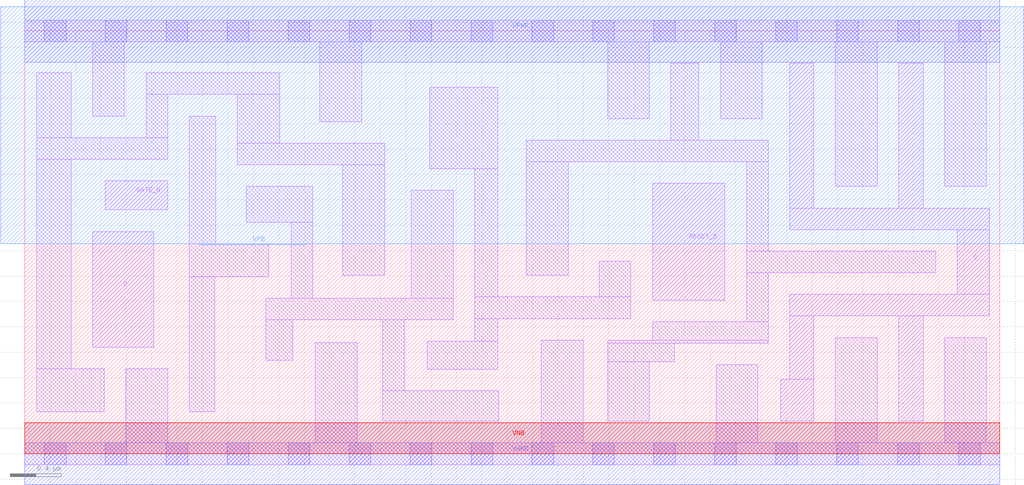
<source format=lef>
# Copyright 2020 The SkyWater PDK Authors
#
# Licensed under the Apache License, Version 2.0 (the "License");
# you may not use this file except in compliance with the License.
# You may obtain a copy of the License at
#
#     https://www.apache.org/licenses/LICENSE-2.0
#
# Unless required by applicable law or agreed to in writing, software
# distributed under the License is distributed on an "AS IS" BASIS,
# WITHOUT WARRANTIES OR CONDITIONS OF ANY KIND, either express or implied.
# See the License for the specific language governing permissions and
# limitations under the License.
#
# SPDX-License-Identifier: Apache-2.0

VERSION 5.7 ;
  NOWIREEXTENSIONATPIN ON ;
  DIVIDERCHAR "/" ;
  BUSBITCHARS "[]" ;
MACRO sky130_fd_sc_lp__dlrtn_4
  CLASS CORE ;
  FOREIGN sky130_fd_sc_lp__dlrtn_4 ;
  ORIGIN  0.000000  0.000000 ;
  SIZE  7.680000 BY  3.330000 ;
  SYMMETRY X Y R90 ;
  SITE unit ;
  PIN D
    ANTENNAGATEAREA  0.159000 ;
    DIRECTION INPUT ;
    USE SIGNAL ;
    PORT
      LAYER li1 ;
        RECT 0.535000 0.840000 1.015000 1.750000 ;
    END
  END D
  PIN Q
    ANTENNADIFFAREA  1.188600 ;
    DIRECTION OUTPUT ;
    USE SIGNAL ;
    PORT
      LAYER li1 ;
        RECT 5.955000 0.255000 6.215000 0.585000 ;
        RECT 6.025000 0.585000 6.215000 1.085000 ;
        RECT 6.025000 1.085000 7.595000 1.255000 ;
        RECT 6.025000 1.765000 7.595000 1.935000 ;
        RECT 6.025000 1.935000 6.215000 3.075000 ;
        RECT 6.885000 0.255000 7.075000 1.085000 ;
        RECT 6.885000 1.935000 7.075000 3.075000 ;
        RECT 7.345000 1.255000 7.595000 1.765000 ;
    END
  END Q
  PIN RESET_B
    ANTENNAGATEAREA  0.315000 ;
    DIRECTION INPUT ;
    USE SIGNAL ;
    PORT
      LAYER li1 ;
        RECT 4.945000 1.210000 5.515000 2.130000 ;
    END
  END RESET_B
  PIN GATE_N
    ANTENNAGATEAREA  0.159000 ;
    DIRECTION INPUT ;
    USE CLOCK ;
    PORT
      LAYER li1 ;
        RECT 0.635000 1.920000 1.125000 2.150000 ;
    END
  END GATE_N
  PIN VGND
    DIRECTION INOUT ;
    USE GROUND ;
    PORT
      LAYER met1 ;
        RECT 0.000000 -0.245000 7.680000 0.245000 ;
    END
  END VGND
  PIN VNB
    DIRECTION INOUT ;
    USE GROUND ;
    PORT
      LAYER pwell ;
        RECT 0.000000 0.000000 7.680000 0.245000 ;
    END
  END VNB
  PIN VPB
    DIRECTION INOUT ;
    USE POWER ;
    PORT
      LAYER nwell ;
        RECT -0.190000 1.655000 7.870000 3.520000 ;
        RECT  1.375000 1.645000 2.215000 1.655000 ;
    END
  END VPB
  PIN VPWR
    DIRECTION INOUT ;
    USE POWER ;
    PORT
      LAYER met1 ;
        RECT 0.000000 3.085000 7.680000 3.575000 ;
    END
  END VPWR
  OBS
    LAYER li1 ;
      RECT 0.000000 -0.085000 7.680000 0.085000 ;
      RECT 0.000000  3.245000 7.680000 3.415000 ;
      RECT 0.095000  0.330000 0.625000 0.670000 ;
      RECT 0.095000  0.670000 0.365000 2.320000 ;
      RECT 0.095000  2.320000 1.125000 2.490000 ;
      RECT 0.095000  2.490000 0.365000 3.000000 ;
      RECT 0.535000  2.660000 0.785000 3.245000 ;
      RECT 0.795000  0.085000 1.125000 0.670000 ;
      RECT 0.955000  2.490000 1.125000 2.830000 ;
      RECT 0.955000  2.830000 2.010000 3.000000 ;
      RECT 1.295000  0.330000 1.495000 1.395000 ;
      RECT 1.295000  1.395000 1.920000 1.655000 ;
      RECT 1.295000  1.655000 1.505000 2.660000 ;
      RECT 1.675000  2.275000 2.835000 2.445000 ;
      RECT 1.675000  2.445000 2.010000 2.830000 ;
      RECT 1.745000  1.825000 2.270000 2.105000 ;
      RECT 1.900000  0.735000 2.110000 1.055000 ;
      RECT 1.900000  1.055000 3.375000 1.225000 ;
      RECT 2.100000  1.225000 2.270000 1.825000 ;
      RECT 2.290000  0.085000 2.620000 0.875000 ;
      RECT 2.325000  2.615000 2.655000 3.245000 ;
      RECT 2.505000  1.405000 2.835000 2.275000 ;
      RECT 2.820000  0.255000 3.735000 0.495000 ;
      RECT 2.820000  0.495000 2.990000 1.055000 ;
      RECT 3.045000  1.225000 3.375000 2.075000 ;
      RECT 3.170000  0.665000 3.725000 0.885000 ;
      RECT 3.190000  2.245000 3.725000 2.885000 ;
      RECT 3.545000  0.885000 3.725000 1.065000 ;
      RECT 3.545000  1.065000 4.775000 1.235000 ;
      RECT 3.545000  1.235000 3.725000 2.245000 ;
      RECT 3.950000  1.405000 4.280000 2.300000 ;
      RECT 3.950000  2.300000 5.855000 2.470000 ;
      RECT 4.070000  0.085000 4.400000 0.895000 ;
      RECT 4.525000  1.235000 4.775000 1.515000 ;
      RECT 4.590000  0.255000 4.920000 0.725000 ;
      RECT 4.590000  0.725000 5.115000 0.870000 ;
      RECT 4.590000  0.870000 5.855000 0.895000 ;
      RECT 4.590000  2.640000 4.920000 3.245000 ;
      RECT 4.945000  0.895000 5.855000 1.040000 ;
      RECT 5.090000  2.470000 5.310000 3.075000 ;
      RECT 5.445000  0.085000 5.775000 0.700000 ;
      RECT 5.480000  2.640000 5.810000 3.245000 ;
      RECT 5.685000  1.040000 5.855000 1.425000 ;
      RECT 5.685000  1.425000 7.175000 1.595000 ;
      RECT 5.685000  1.595000 5.855000 2.300000 ;
      RECT 6.385000  0.085000 6.715000 0.915000 ;
      RECT 6.385000  2.105000 6.715000 3.245000 ;
      RECT 7.245000  0.085000 7.575000 0.915000 ;
      RECT 7.245000  2.105000 7.575000 3.245000 ;
    LAYER mcon ;
      RECT 0.155000 -0.085000 0.325000 0.085000 ;
      RECT 0.155000  3.245000 0.325000 3.415000 ;
      RECT 0.635000 -0.085000 0.805000 0.085000 ;
      RECT 0.635000  3.245000 0.805000 3.415000 ;
      RECT 1.115000 -0.085000 1.285000 0.085000 ;
      RECT 1.115000  3.245000 1.285000 3.415000 ;
      RECT 1.595000 -0.085000 1.765000 0.085000 ;
      RECT 1.595000  3.245000 1.765000 3.415000 ;
      RECT 2.075000 -0.085000 2.245000 0.085000 ;
      RECT 2.075000  3.245000 2.245000 3.415000 ;
      RECT 2.555000 -0.085000 2.725000 0.085000 ;
      RECT 2.555000  3.245000 2.725000 3.415000 ;
      RECT 3.035000 -0.085000 3.205000 0.085000 ;
      RECT 3.035000  3.245000 3.205000 3.415000 ;
      RECT 3.515000 -0.085000 3.685000 0.085000 ;
      RECT 3.515000  3.245000 3.685000 3.415000 ;
      RECT 3.995000 -0.085000 4.165000 0.085000 ;
      RECT 3.995000  3.245000 4.165000 3.415000 ;
      RECT 4.475000 -0.085000 4.645000 0.085000 ;
      RECT 4.475000  3.245000 4.645000 3.415000 ;
      RECT 4.955000 -0.085000 5.125000 0.085000 ;
      RECT 4.955000  3.245000 5.125000 3.415000 ;
      RECT 5.435000 -0.085000 5.605000 0.085000 ;
      RECT 5.435000  3.245000 5.605000 3.415000 ;
      RECT 5.915000 -0.085000 6.085000 0.085000 ;
      RECT 5.915000  3.245000 6.085000 3.415000 ;
      RECT 6.395000 -0.085000 6.565000 0.085000 ;
      RECT 6.395000  3.245000 6.565000 3.415000 ;
      RECT 6.875000 -0.085000 7.045000 0.085000 ;
      RECT 6.875000  3.245000 7.045000 3.415000 ;
      RECT 7.355000 -0.085000 7.525000 0.085000 ;
      RECT 7.355000  3.245000 7.525000 3.415000 ;
  END
END sky130_fd_sc_lp__dlrtn_4
END LIBRARY

</source>
